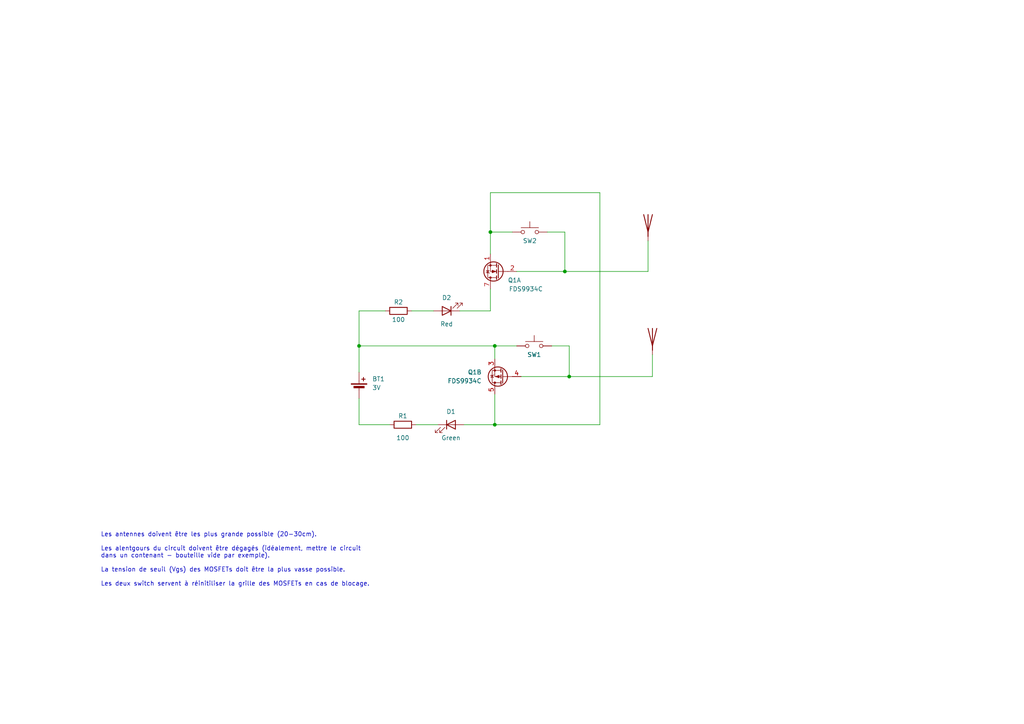
<source format=kicad_sch>
(kicad_sch (version 20230121) (generator eeschema)
  (paper "A4")
  (title_block (title "Electrostatic detector") (date "2024-02-03") (rev "1.0") (company "Cool Inc."))
  (lib_symbols
    (symbol "Device:Antenna" (pin_numbers hide) (pin_names (offset 1.016) hide)
      (property "Reference" "AE" (at -1.905 1.905 0))
      (property "Value" "Antenna" (at -1.905 0 0))
      (symbol "Antenna_0_1"
        (polyline (pts (xy 0 2.54) (xy 0 -3.81)) (stroke (width 0.254)))
        (polyline (pts (xy 1.27 2.54) (xy 0 -2.54) (xy -1.27 2.54)) (stroke (width 0.254)))
      )
      (symbol "Antenna_1_1"
        (pin input line (at 0 -5.08 90) (length 2.54) (name "A") (number "1"))
      )
    )
    (symbol "Device:Battery_Cell" (pin_numbers hide) (pin_names (offset 0) hide)
      (property "Reference" "BT" (at 2.54 2.54 0))
      (property "Value" "Battery_Cell" (at 2.54 0 0))
      (symbol "Battery_Cell_0_1"
        (rectangle (start -2.286 1.778) (end 2.286 1.524) (fill (type outline)))
        (rectangle (start -1.524 1.016) (end 1.524 0.508) (fill (type outline)))
        (polyline (pts (xy 0 0.762) (xy 0 0)))
        (polyline (pts (xy 0 1.778) (xy 0 2.54)))
        (polyline (pts (xy 0.762 3.048) (xy 1.778 3.048)) (stroke (width 0.254)))
        (polyline (pts (xy 1.27 3.556) (xy 1.27 2.54)) (stroke (width 0.254)))
      )
      (symbol "Battery_Cell_1_1"
        (pin passive line (at 0 5.08 270) (length 2.54) (name "+") (number "1"))
        (pin passive line (at 0 -2.54 90) (length 2.54) (name "-") (number "2"))
      )
    )
    (symbol "Device:LED" (pin_numbers hide) (pin_names (offset 1.016) hide)
      (property "Reference" "D" (at 0 2.54 0))
      (property "Value" "LED" (at 0 -2.54 0))
      (symbol "LED_0_1"
        (polyline (pts (xy -1.27 -1.27) (xy -1.27 1.27)) (stroke (width 0.254)))
        (polyline (pts (xy -1.27 0) (xy 1.27 0)))
        (polyline (pts (xy 1.27 -1.27) (xy 1.27 1.27) (xy -1.27 0) (xy 1.27 -1.27)) (stroke (width 0.254)))
        (polyline (pts (xy -3.048 -0.762) (xy -4.572 -2.286) (xy -3.81 -2.286) (xy -4.572 -2.286) (xy -4.572 -1.524)))
        (polyline (pts (xy -1.778 -0.762) (xy -3.302 -2.286) (xy -2.54 -2.286) (xy -3.302 -2.286) (xy -3.302 -1.524)))
      )
      (symbol "LED_1_1"
        (pin passive line (at -3.81 0 0) (length 2.54) (name "K") (number "1"))
        (pin passive line (at 3.81 0 180) (length 2.54) (name "A") (number "2"))
      )
    )
    (symbol "Device:R" (pin_numbers hide) (pin_names (offset 0))
      (property "Reference" "R" (at 2.032 0 90))
      (property "Value" "R" (at 0 0 90))
      (symbol "R_0_1"
        (rectangle (start -1.016 -2.54) (end 1.016 2.54) (stroke (width 0.254)))
      )
      (symbol "R_1_1"
        (pin passive line (at 0 3.81 270) (length 1.27) (name "~") (number "1"))
        (pin passive line (at 0 -3.81 90) (length 1.27) (name "~") (number "2"))
      )
    )
    (symbol "Switch:SW_Push" (pin_numbers hide) (pin_names (offset 1.016) hide)
      (property "Reference" "SW" (at 1.27 2.54 0))
      (property "Value" "SW_Push" (at 0 -1.524 0))
      (symbol "SW_Push_0_1"
        (circle (center -2.032 0) (radius 0.508))
        (polyline (pts (xy 0 1.27) (xy 0 3.048)))
        (polyline (pts (xy 2.54 1.27) (xy -2.54 1.27)))
        (circle (center 2.032 0) (radius 0.508))
        (pin passive line (at -5.08 0 0) (length 2.54) (name "1") (number "1"))
        (pin passive line (at 5.08 0 180) (length 2.54) (name "2") (number "2"))
      )
    )
    (symbol "Transistor_FET:FDS9934C" (pin_names hide)
      (property "Reference" "Q" (at 5.08 1.905 0))
      (property "Value" "FDS9934C" (at 5.08 0 0))
      (symbol "FDS9934C_0_1"
        (polyline (pts (xy 0.254 0) (xy -2.54 0)))
        (polyline (pts (xy 0.254 1.905) (xy 0.254 -1.905)) (stroke (width 0.254)))
        (polyline (pts (xy 0.762 -1.27) (xy 0.762 -2.286)) (stroke (width 0.254)))
        (polyline (pts (xy 0.762 0.508) (xy 0.762 -0.508)) (stroke (width 0.254)))
        (polyline (pts (xy 0.762 2.286) (xy 0.762 1.27)) (stroke (width 0.254)))
        (polyline (pts (xy 2.54 2.54) (xy 2.54 1.778)))
        (polyline (pts (xy 2.54 -2.54) (xy 2.54 0) (xy 0.762 0)))
        (polyline (pts (xy 0.762 -1.778) (xy 3.302 -1.778) (xy 3.302 1.778) (xy 0.762 1.778)))
        (circle (center 1.651 0) (radius 2.794) (stroke (width 0.254)))
        (circle (center 2.54 -1.778) (radius 0.254) (fill (type outline)))
        (circle (center 2.54 1.778) (radius 0.254) (fill (type outline)))
      )
      (symbol "FDS9934C_1_1"
        (polyline (pts (xy 1.016 0) (xy 2.032 0.381) (xy 2.032 -0.381) (xy 1.016 0)) (fill (type outline)))
        (polyline (pts (xy 2.794 0.508) (xy 2.921 0.381) (xy 3.683 0.381) (xy 3.81 0.254)))
        (polyline (pts (xy 3.302 0.381) (xy 2.921 -0.254) (xy 3.683 -0.254) (xy 3.302 0.381)))
        (pin passive line (at 2.54 -5.08 90) (length 2.54) (name "S") (number "1"))
        (pin input line (at -5.08 0 0) (length 2.54) (name "G") (number "2"))
        (pin passive line (at 2.54 5.08 270) (length 2.54) (name "D") (number "7"))
        (pin passive line (at 2.54 5.08 270) (length 2.54) hide (name "D") (number "8"))
      )
      (symbol "FDS9934C_2_1"
        (polyline (pts (xy 2.286 0) (xy 1.27 0.381) (xy 1.27 -0.381) (xy 2.286 0)) (fill (type outline)))
        (polyline (pts (xy 2.794 -0.508) (xy 2.921 -0.381) (xy 3.683 -0.381) (xy 3.81 -0.254)))
        (polyline (pts (xy 3.302 -0.381) (xy 2.921 0.254) (xy 3.683 0.254) (xy 3.302 -0.381)))
        (pin passive line (at 2.54 -5.08 90) (length 2.54) (name "1") (number "3"))
        (pin input line (at -5.08 0 0) (length 2.54) (name "G") (number "4"))
        (pin passive line (at 2.54 5.08 270) (length 2.54) (name "D") (number "5"))
        (pin passive line (at 2.54 5.08 270) (length 2.54) hide (name "D") (number "6"))
      )
    )
  )
  (junction (at 143.51 100.33))
  (junction (at 142.24 67.31))
  (junction (at 165.1 109.22))
  (junction (at 143.51 123.19))
  (junction (at 163.83 78.74))
  (junction (at 104.14 100.33))
  (wire (pts (xy 149.86 78.74) (xy 163.83 78.74)))
  (wire (pts (xy 143.51 123.19) (xy 134.62 123.19)))
  (wire (pts (xy 142.24 73.66) (xy 142.24 67.31)))
  (wire (pts (xy 143.51 114.3) (xy 143.51 123.19)))
  (wire (pts (xy 173.99 55.88) (xy 173.99 123.19)))
  (wire (pts (xy 119.38 90.17) (xy 125.73 90.17)))
  (wire (pts (xy 187.96 78.74) (xy 187.96 69.85)))
  (wire (pts (xy 142.24 55.88) (xy 173.99 55.88)))
  (wire (pts (xy 104.14 107.95) (xy 104.14 100.33)))
  (wire (pts (xy 163.83 78.74) (xy 187.96 78.74)))
  (wire (pts (xy 104.14 90.17) (xy 104.14 100.33)))
  (wire (pts (xy 160.02 100.33) (xy 165.1 100.33)))
  (wire (pts (xy 143.51 100.33) (xy 104.14 100.33)))
  (wire (pts (xy 120.65 123.19) (xy 127 123.19)))
  (wire (pts (xy 142.24 90.17) (xy 142.24 83.82)))
  (wire (pts (xy 104.14 90.17) (xy 111.76 90.17)))
  (wire (pts (xy 104.14 123.19) (xy 104.14 115.57)))
  (wire (pts (xy 151.13 109.22) (xy 165.1 109.22)))
  (wire (pts (xy 143.51 104.14) (xy 143.51 100.33)))
  (wire (pts (xy 133.35 90.17) (xy 142.24 90.17)))
  (wire (pts (xy 158.75 67.31) (xy 163.83 67.31)))
  (wire (pts (xy 163.83 67.31) (xy 163.83 78.74)))
  (wire (pts (xy 165.1 100.33) (xy 165.1 109.22)))
  (wire (pts (xy 142.24 67.31) (xy 142.24 55.88)))
  (wire (pts (xy 173.99 123.19) (xy 143.51 123.19)))
  (wire (pts (xy 165.1 109.22) (xy 189.23 109.22)))
  (wire (pts (xy 189.23 109.22) (xy 189.23 102.87)))
  (wire (pts (xy 142.24 67.31) (xy 148.59 67.31)))
  (wire (pts (xy 113.03 123.19) (xy 104.14 123.19)))
  (wire (pts (xy 143.51 100.33) (xy 149.86 100.33)))
  (text "Les antennes doivent être les plus grande possible (20-30cm).\n\nLes alentgours du circuit doivent être dégagés (idéalement, mettre le circuit\ndans un contenant - bouteille vide par exemple).\n\nLa tension de seuil (Vgs) des MOSFETs doit être la plus vasse possible.\n\nLes deux switch servent à réinitiliser la grille des MOSFETs en cas de blocage." (at 29.21 170.18 0) (effects (font (size 1.27 1.27)) (justify left bottom)))
  (symbol (lib_id "Switch:SW_Push") (at 153.67 67.31 0) (unit 1)
    (property "Reference" "SW2" (at 153.67 69.85 0))
    (property "Value" "SW_Push" (effects hide))
  )
  (symbol (lib_id "Device:Battery_Cell") (at 104.14 113.03 0) (unit 1)
    (property "Reference" "BT1" (at 107.95 109.9185 0) (effects (justify left)))
    (property "Value" "3V" (at 107.95 112.4585 0) (effects (justify left)))
  )
  (symbol (lib_id "Device:LED") (at 130.81 123.19 0) (unit 1)
    (property "Reference" "D1" (at 130.81 119.38 0))
    (property "Value" "Green" (at 130.81 127 0))
  )
  (symbol (lib_id "Transistor_FET:FDS9934C") (at 144.78 78.74 180) (unit 1)
    (property "Reference" "Q1" (at 151.13 81.28 0) (effects (justify left)))
    (property "Value" "FDS9934C" (at 157.48 83.82 0) (effects (justify left)))
    (property "Footprint" "Package_SO:SOIC-8_3.9x4.9mm_P1.27mm" (effects hide))
    (property "Datasheet" "https://www.onsemi.com/pub/Collateral/FDS9934C-D.pdf" (effects hide))
  )
  (symbol (lib_id "Device:Antenna") (at 187.96 64.77 0) (unit 1)
    (property "Reference" "AE1" (effects hide))
    (property "Value" "Antenna" (effects hide))
  )
  (symbol (lib_id "Device:LED") (at 129.54 90.17 180) (unit 1)
    (property "Reference" "D2" (at 129.54 86.36 0))
    (property "Value" "Red" (at 129.54 93.98 0))
  )
  (symbol (lib_id "Device:R") (at 116.84 123.19 90) (unit 1)
    (property "Reference" "R1" (at 116.84 120.65 90))
    (property "Value" "100" (at 116.84 127 90))
  )
  (symbol (lib_id "Device:R") (at 115.57 90.17 90) (unit 1)
    (property "Reference" "R2" (at 115.57 87.63 90))
    (property "Value" "100" (at 115.57 92.71 90))
  )
  (symbol (lib_id "Switch:SW_Push") (at 154.94 100.33 0) (unit 1)
    (property "Reference" "SW1" (at 154.94 102.87 0))
    (property "Value" "SW_Push" (effects hide))
  )
  (symbol (lib_id "Transistor_FET:FDS9934C") (at 146.05 109.22 180) (unit 2)
    (property "Reference" "Q1" (at 139.7 107.95 0) (effects (justify left)))
    (property "Value" "FDS9934C" (at 139.7 110.49 0) (effects (justify left)))
    (property "Footprint" "Package_SO:SOIC-8_3.9x4.9mm_P1.27mm" (effects hide))
    (property "Datasheet" "https://www.onsemi.com/pub/Collateral/FDS9934C-D.pdf" (effects hide))
  )
  (symbol (lib_id "Device:Antenna") (at 189.23 97.79 0) (unit 1)
    (property "Reference" "AE2" (effects hide))
    (property "Value" "Antenna" (effects hide))
  )
)
</source>
